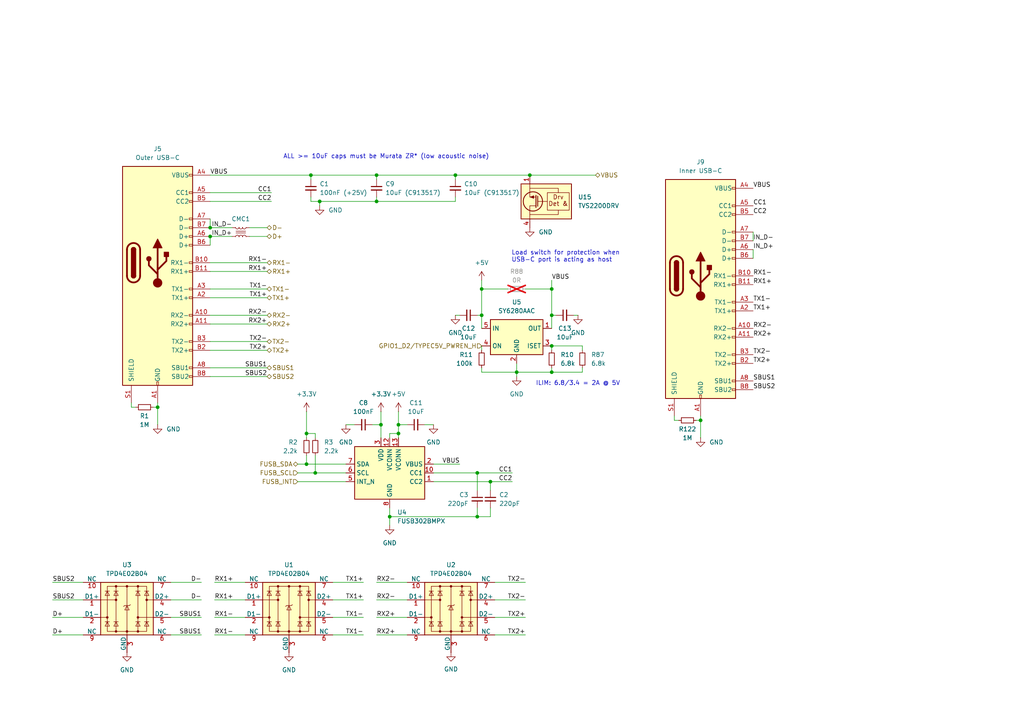
<source format=kicad_sch>
(kicad_sch (version 20240417) (generator "eeschema") (generator_version "8.99")
  (paper "A4")
  (title_block (title "anyon e") (date "2024-06-12") (rev "V0.1") (company "Byran Huang") (comment 4 "Proof of concept board for feature verification"))
  (lib_symbols
    (symbol "Connector:USB_C_Receptacle" (pin_names (offset 1.016))
      (property "Reference" "J" (at -10.16 29.21 0))
      (property "Value" "USB_C_Receptacle" (at 10.16 29.21 0))
      (symbol "USB_C_Receptacle_0_0"
        (rectangle (start -0.254 -35.56) (end 0.254 -34.544))
        (rectangle (start 10.16 25.654) (end 9.144 25.146))
        (rectangle (start 10.16 20.574) (end 9.144 20.066))
        (rectangle (start 10.16 18.034) (end 9.144 17.526))
        (rectangle (start 10.16 12.954) (end 9.144 12.446))
        (rectangle (start 10.16 10.414) (end 9.144 9.906))
        (rectangle (start 10.16 7.874) (end 9.144 7.366))
        (rectangle (start 10.16 5.334) (end 9.144 4.826))
        (rectangle (start 10.16 0.254) (end 9.144 -0.254))
        (rectangle (start 10.16 -2.286) (end 9.144 -2.794))
        (rectangle (start 10.16 -7.366) (end 9.144 -7.874))
        (rectangle (start 10.16 -9.906) (end 9.144 -10.414))
        (rectangle (start 10.16 -14.986) (end 9.144 -15.494))
        (rectangle (start 10.16 -17.526) (end 9.144 -18.034))
        (rectangle (start 10.16 -22.606) (end 9.144 -23.114))
        (rectangle (start 10.16 -25.146) (end 9.144 -25.654))
        (rectangle (start 10.16 -30.226) (end 9.144 -30.734))
        (rectangle (start 10.16 -32.766) (end 9.144 -33.274))
      )
      (symbol "USB_C_Receptacle_0_1"
        (rectangle (start -10.16 27.94) (end 10.16 -35.56) (stroke (width 0.254)) (fill (type background)))
        (polyline (pts (xy -8.89 -3.81) (xy -8.89 3.81)) (stroke (width 0.508)))
        (rectangle (start -7.62 -3.81) (end -6.35 3.81) (stroke (width 0.254)) (fill (type outline)))
        (arc (start -7.62 3.81) (mid -6.985 4.4423) (end -6.35 3.81) (stroke (width 0.254)))
        (arc (start -7.62 3.81) (mid -6.985 4.4423) (end -6.35 3.81) (stroke (width 0.254)) (fill (type outline)))
        (arc (start -8.89 3.81) (mid -6.985 5.7067) (end -5.08 3.81) (stroke (width 0.508)))
        (arc (start -5.08 -3.81) (mid -6.985 -5.7067) (end -8.89 -3.81) (stroke (width 0.508)))
        (arc (start -6.35 -3.81) (mid -6.985 -4.4423) (end -7.62 -3.81) (stroke (width 0.254)))
        (arc (start -6.35 -3.81) (mid -6.985 -4.4423) (end -7.62 -3.81) (stroke (width 0.254)) (fill (type outline)))
        (polyline (pts (xy -5.08 3.81) (xy -5.08 -3.81)) (stroke (width 0.508)))
      )
      (symbol "USB_C_Receptacle_1_1"
        (circle (center -2.54 1.143) (radius 0.635) (stroke (width 0.254)) (fill (type outline)))
        (polyline (pts (xy -1.27 4.318) (xy 0 6.858) (xy 1.27 4.318) (xy -1.27 4.318)) (stroke (width 0.254)) (fill (type outline)))
        (polyline (pts (xy 0 -2.032) (xy 2.54 0.508) (xy 2.54 1.778)) (stroke (width 0.508)))
        (polyline (pts (xy 0 -3.302) (xy -2.54 -0.762) (xy -2.54 0.508)) (stroke (width 0.508)))
        (polyline (pts (xy 0 -5.842) (xy 0 4.318)) (stroke (width 0.508)))
        (circle (center 0 -5.842) (radius 1.27) (fill (type outline)))
        (rectangle (start 1.905 1.778) (end 3.175 3.048) (stroke (width 0.254)) (fill (type outline)))
        (pin passive line (at 0 -40.64 90) (length 5.08) (name "GND") (number "A1"))
        (pin bidirectional line (at 15.24 -15.24 180) (length 5.08) (name "RX2-") (number "A10"))
        (pin bidirectional line (at 15.24 -17.78 180) (length 5.08) (name "RX2+") (number "A11"))
        (pin passive line (at 0 -40.64 90) (length 5.08) hide (name "GND") (number "A12"))
        (pin bidirectional line (at 15.24 -10.16 180) (length 5.08) (name "TX1+") (number "A2"))
        (pin bidirectional line (at 15.24 -7.62 180) (length 5.08) (name "TX1-") (number "A3"))
        (pin passive line (at 15.24 25.4 180) (length 5.08) (name "VBUS") (number "A4"))
        (pin bidirectional line (at 15.24 20.32 180) (length 5.08) (name "CC1") (number "A5"))
        (pin bidirectional line (at 15.24 7.62 180) (length 5.08) (name "D+") (number "A6"))
        (pin bidirectional line (at 15.24 12.7 180) (length 5.08) (name "D-") (number "A7"))
        (pin bidirectional line (at 15.24 -30.48 180) (length 5.08) (name "SBU1") (number "A8"))
        (pin passive line (at 15.24 25.4 180) (length 5.08) hide (name "VBUS") (number "A9"))
        (pin passive line (at 0 -40.64 90) (length 5.08) hide (name "GND") (number "B1"))
        (pin bidirectional line (at 15.24 0 180) (length 5.08) (name "RX1-") (number "B10"))
        (pin bidirectional line (at 15.24 -2.54 180) (length 5.08) (name "RX1+") (number "B11"))
        (pin passive line (at 0 -40.64 90) (length 5.08) hide (name "GND") (number "B12"))
        (pin bidirectional line (at 15.24 -25.4 180) (length 5.08) (name "TX2+") (number "B2"))
        (pin bidirectional line (at 15.24 -22.86 180) (length 5.08) (name "TX2-") (number "B3"))
        (pin passive line (at 15.24 25.4 180) (length 5.08) hide (name "VBUS") (number "B4"))
        (pin bidirectional line (at 15.24 17.78 180) (length 5.08) (name "CC2") (number "B5"))
        (pin bidirectional line (at 15.24 5.08 180) (length 5.08) (name "D+") (number "B6"))
        (pin bidirectional line (at 15.24 10.16 180) (length 5.08) (name "D-") (number "B7"))
        (pin bidirectional line (at 15.24 -33.02 180) (length 5.08) (name "SBU2") (number "B8"))
        (pin passive line (at 15.24 25.4 180) (length 5.08) hide (name "VBUS") (number "B9"))
        (pin passive line (at -7.62 -40.64 90) (length 5.08) (name "SHIELD") (number "S1"))
      )
    )
    (symbol "Device:C_Small" (pin_numbers hide) (pin_names (offset 0.254) hide)
      (property "Reference" "C" (at 0.254 1.778 0))
      (property "Value" "C_Small" (at 0.254 -2.032 0))
      (symbol "C_Small_0_1"
        (polyline (pts (xy -1.524 0.508) (xy 1.524 0.508)) (stroke (width 0.3048)))
        (polyline (pts (xy -1.524 -0.508) (xy 1.524 -0.508)) (stroke (width 0.3302)))
      )
      (symbol "C_Small_1_1"
        (pin passive line (at 0 2.54 270) (length 2.032) (name "~") (number "1"))
        (pin passive line (at 0 -2.54 90) (length 2.032) (name "~") (number "2"))
      )
    )
    (symbol "Device:R_Small" (pin_numbers hide) (pin_names (offset 0.254) hide)
      (property "Reference" "R" (at 0.762 0.508 0))
      (property "Value" "R_Small" (at 0.762 -1.016 0))
      (symbol "R_Small_0_1"
        (rectangle (start -0.762 1.778) (end 0.762 -1.778) (stroke (width 0.2032)))
      )
      (symbol "R_Small_1_1"
        (pin passive line (at 0 2.54 270) (length 0.762) (name "~") (number "1"))
        (pin passive line (at 0 -2.54 90) (length 0.762) (name "~") (number "2"))
      )
    )
    (symbol "Interface_USB:FUSB302BMPX"
      (property "Reference" "U" (at -10.16 8.89 0))
      (property "Value" "FUSB302BMPX" (at 3.81 8.89 0))
      (symbol "FUSB302BMPX_0_1"
        (rectangle (start -10.16 7.62) (end 10.16 -7.62) (stroke (width 0.254)) (fill (type background)))
      )
      (symbol "FUSB302BMPX_1_1"
        (pin bidirectional line (at 12.7 -2.54 180) (length 2.54) (name "CC2") (number "1"))
        (pin bidirectional line (at 12.7 0 180) (length 2.54) (name "CC1") (number "10"))
        (pin bidirectional line (at 12.7 0 180) (length 2.54) hide (name "CC1") (number "11"))
        (pin power_in line (at 0 10.16 270) (length 2.54) (name "VCONN") (number "12"))
        (pin power_in line (at 2.54 10.16 270) (length 2.54) (name "VCONN") (number "13"))
        (pin bidirectional line (at 12.7 -2.54 180) (length 2.54) hide (name "CC2") (number "14"))
        (pin passive line (at 0 -10.16 90) (length 2.54) hide (name "GND") (number "15"))
        (pin input line (at 12.7 2.54 180) (length 2.54) (name "VBUS") (number "2"))
        (pin power_in line (at -2.54 10.16 270) (length 2.54) (name "VDD") (number "3"))
        (pin passive line (at -2.54 10.16 270) (length 2.54) hide (name "VDD") (number "4"))
        (pin open_collector line (at -12.7 -2.54 0) (length 2.54) (name "INT_N") (number "5"))
        (pin input line (at -12.7 0 0) (length 2.54) (name "SCL") (number "6"))
        (pin bidirectional line (at -12.7 2.54 0) (length 2.54) (name "SDA") (number "7"))
        (pin power_in line (at 0 -10.16 90) (length 2.54) (name "GND") (number "8"))
        (pin passive line (at 0 -10.16 90) (length 2.54) hide (name "GND") (number "9"))
      )
    )
    (symbol "Power_Protection:TPD4EUSB30" (pin_names (offset 0))
      (property "Reference" "U" (at -0.635 8.89 0))
      (property "Value" "TPD4EUSB30" (at 8.89 -10.16 0))
      (symbol "TPD4EUSB30_0_0"
        (rectangle (start -5.715 6.477) (end 5.715 -6.604))
        (polyline (pts (xy -3.175 -6.604) (xy -3.175 6.477)))
        (polyline (pts (xy 0 6.477) (xy 0 -6.604)))
        (polyline (pts (xy 3.175 6.477) (xy 3.175 -6.604)))
      )
      (symbol "TPD4EUSB30_0_1"
        (polyline (pts (xy -7.747 2.54) (xy -3.175 2.54)))
        (rectangle (start -7.62 7.62) (end 7.62 -7.62) (stroke (width 0.254)) (fill (type background)))
        (polyline (pts (xy -7.62 -2.54) (xy -5.715 -2.54)))
        (circle (center -5.715 -2.54) (radius 0.2794) (fill (type outline)))
        (polyline (pts (xy -5.08 5.08) (xy -6.35 5.08)))
        (polyline (pts (xy -5.08 3.81) (xy -6.35 3.81) (xy -5.715 5.08) (xy -5.08 3.81)))
        (polyline (pts (xy -5.08 -3.81) (xy -6.35 -3.81)))
        (polyline (pts (xy -5.08 -5.08) (xy -6.35 -5.08) (xy -5.715 -3.81) (xy -5.08 -5.08)))
        (circle (center -3.175 6.477) (radius 0.2794) (fill (type outline)))
        (circle (center -3.175 2.54) (radius 0.2794) (fill (type outline)))
        (circle (center -3.175 -6.604) (radius 0.2794) (fill (type outline)))
        (polyline (pts (xy -2.54 5.08) (xy -3.81 5.08)))
        (polyline (pts (xy -2.54 3.81) (xy -3.81 3.81) (xy -3.175 5.08) (xy -2.54 3.81)))
        (polyline (pts (xy -2.54 -3.81) (xy -3.81 -3.81)))
        (polyline (pts (xy -2.54 -5.08) (xy -3.81 -5.08) (xy -3.175 -3.81) (xy -2.54 -5.08)))
        (polyline (pts (xy -0.635 0.889) (xy -1.016 0.635)))
        (circle (center 0 6.477) (radius 0.2794) (fill (type outline)))
        (circle (center 0 -6.604) (radius 0.2794) (fill (type outline)))
        (polyline (pts (xy 0 -6.604) (xy 0 -7.62)))
        (polyline (pts (xy 0.635 0.889) (xy 1.016 1.143)))
        (polyline (pts (xy 0.635 0.889) (xy -0.635 0.889)))
        (polyline (pts (xy 0.635 -0.381) (xy -0.635 -0.381) (xy 0 0.889) (xy 0.635 -0.381)))
        (circle (center 3.175 6.477) (radius 0.2794) (fill (type outline)))
        (circle (center 3.175 -2.54) (radius 0.2794) (fill (type outline)))
        (circle (center 3.175 -6.604) (radius 0.2794) (fill (type outline)))
        (polyline (pts (xy 3.81 5.08) (xy 2.54 5.08)))
        (polyline (pts (xy 3.81 3.81) (xy 2.54 3.81) (xy 3.175 5.08) (xy 3.81 3.81)))
        (polyline (pts (xy 3.81 -3.81) (xy 2.54 -3.81)))
        (polyline (pts (xy 3.81 -5.08) (xy 2.54 -5.08) (xy 3.175 -3.81) (xy 3.81 -5.08)))
        (circle (center 5.715 2.54) (radius 0.2794) (fill (type outline)))
        (polyline (pts (xy 6.35 5.08) (xy 5.08 5.08)))
        (polyline (pts (xy 6.35 3.81) (xy 5.08 3.81) (xy 5.715 5.08) (xy 6.35 3.81)))
        (polyline (pts (xy 6.35 -3.81) (xy 5.08 -3.81)))
        (polyline (pts (xy 6.35 -5.08) (xy 5.08 -5.08) (xy 5.715 -3.81) (xy 6.35 -5.08)))
        (polyline (pts (xy 7.62 2.54) (xy 5.715 2.54)))
        (polyline (pts (xy 7.62 -2.54) (xy 3.175 -2.54)))
      )
      (symbol "TPD4EUSB30_1_1"
        (pin passive line (at -12.7 2.54 0) (length 5.08) (name "D1+") (number "1"))
        (pin free line (at -12.7 7.62 0) (length 5.08) (name "NC") (number "10"))
        (pin passive line (at -12.7 -2.54 0) (length 5.08) (name "D1-") (number "2"))
        (pin power_in line (at 0 -12.7 90) (length 5.08) (name "GND") (number "3"))
        (pin passive line (at 12.7 2.54 180) (length 5.08) (name "D2+") (number "4"))
        (pin passive line (at 12.7 -2.54 180) (length 5.08) (name "D2-") (number "5"))
        (pin free line (at 12.7 -7.62 180) (length 5.08) (name "NC") (number "6"))
        (pin free line (at 12.7 7.62 180) (length 5.08) (name "NC") (number "7"))
        (pin passive line (at 0 -12.7 90) (length 5.08) hide (name "GND") (number "8"))
        (pin free line (at -12.7 -7.62 0) (length 5.08) (name "NC") (number "9"))
      )
    )
    (symbol "Power_Protection:TVS2200DRV" (pin_names (offset 0) hide)
      (property "Reference" "U" (at 2.54 1.27 0))
      (property "Value" "TVS2200DRV" (at 2.54 -1.27 0))
      (symbol "TVS2200DRV_0_0"
        (rectangle (start -11.43 2.54) (end -5.08 -2.54))
        (polyline (pts (xy -8.255 2.54) (xy -8.255 3.81) (xy 0 3.81)))
        (polyline (pts (xy -8.255 -2.54) (xy -8.255 -3.81) (xy 0 -3.81)))
        (polyline (pts (xy 0 1.27) (xy -1.778 1.27)))
        (text "Det &" (at -8.255 0.635 0) (effects (font (size 1.27 1.27))))
        (text "Drv" (at -8.255 -1.27 0) (effects (font (size 1.27 1.27))))
      )
      (symbol "TVS2200DRV_0_1"
        (rectangle (start -12.065 5.08) (end 2.54 -5.08) (stroke (width 0.254)) (fill (type background)))
        (polyline (pts (xy -2.286 1.397) (xy -2.286 -1.524)) (stroke (width 0.254)))
        (polyline (pts (xy -2.286 0) (xy -5.08 0)))
        (polyline (pts (xy -1.778 1.778) (xy -1.778 -1.778)) (stroke (width 0.254)))
        (circle (center -0.889 0) (radius 2.794) (stroke (width 0.254)))
        (polyline (pts (xy -0.127 -1.27) (xy -1.143 -1.651) (xy -1.143 -0.889) (xy -0.127 -1.27)) (fill (type outline)))
        (polyline (pts (xy 0 5.08) (xy 0 2.54)))
        (polyline (pts (xy 0 2.54) (xy 0 1.27)))
        (polyline (pts (xy 0 -2.54) (xy 0 -5.08)))
        (polyline (pts (xy 0 -2.54) (xy 0 -1.27) (xy -1.778 -1.27)))
      )
      (symbol "TVS2200DRV_1_1"
        (pin power_in line (at 0 -7.62 90) (length 2.54) (name "GND") (number "1"))
        (pin passive line (at 0 -7.62 90) (length 2.54) hide (name "GND") (number "2"))
        (pin passive line (at 0 -7.62 90) (length 2.54) hide (name "GND") (number "3"))
        (pin passive line (at 0 7.62 270) (length 2.54) (name "IN") (number "4"))
        (pin passive line (at 0 7.62 270) (length 2.54) hide (name "IN") (number "5"))
        (pin passive line (at 0 7.62 270) (length 2.54) hide (name "IN") (number "6"))
        (pin passive line (at 0 -7.62 90) (length 2.54) hide (name "GND") (number "7"))
      )
    )
    (symbol "library:ACM2012_Common_Mode_Choke"
      (property "Reference" "CMC" (at -1.524 4.064 0))
      (symbol "ACM2012_Common_Mode_Choke_0_1"
        (polyline (pts (xy -1.397 0.254) (xy 1.397 0.254)))
        (arc (start -0.508 1.3948) (mid -1.016 0.889) (end -1.524 1.3948))
        (arc (start -1.524 -1.397) (mid -1.016 -0.8912) (end -0.508 -1.397))
        (arc (start 0.508 1.3948) (mid 0 0.889) (end -0.508 1.3948))
        (arc (start -0.508 -1.397) (mid 0 -0.8912) (end 0.508 -1.397))
        (arc (start 1.524 1.3948) (mid 1.016 0.889) (end 0.508 1.3948))
        (arc (start 0.508 -1.397) (mid 1.016 -0.8912) (end 1.524 -1.397))
        (polyline (pts (xy 1.397 -0.254) (xy -1.397 -0.254)))
      )
      (symbol "ACM2012_Common_Mode_Choke_1_1"
        (pin passive line (at -2.54 -1.27 0) (length 0.9525) (name "") (number "1"))
        (pin passive line (at -2.54 1.27 0) (length 0.9525) (name "") (number "2"))
        (pin passive line (at 2.54 1.27 180) (length 0.9525) (name "") (number "3"))
        (pin passive line (at 2.54 -1.27 180) (length 0.9525) (name "") (number "4"))
      )
    )
    (symbol "library:SY6280AAC"
      (property "Reference" "U" (at 0 0 0))
      (property "Value" "SY6280AAC" (at 0 0 0))
      (symbol "SY6280AAC_0_1"
        (rectangle (start -7.62 5.08) (end 7.62 -5.08) (stroke (width 0.254)) (fill (type background)))
      )
      (symbol "SY6280AAC_1_1"
        (pin power_out line (at 10.16 2.54 180) (length 2.54) (name "OUT") (number "1"))
        (pin power_in line (at 0 -7.62 90) (length 2.54) (name "GND") (number "2"))
        (pin passive line (at 10.16 -2.54 180) (length 2.54) (name "ISET") (number "3"))
        (pin input line (at -10.16 -2.54 0) (length 2.54) (name "ON") (number "4"))
        (pin power_in line (at -10.16 2.54 0) (length 2.54) (name "IN") (number "5"))
      )
    )
    (symbol "power:+3.3V" (power) (pin_numbers hide) (pin_names (offset 0) hide)
      (property "Value" "+3.3V" (at 0 3.556 0))
      (symbol "+3.3V_0_1"
        (polyline (pts (xy -0.762 1.27) (xy 0 2.54)))
        (polyline (pts (xy 0 2.54) (xy 0.762 1.27)))
        (polyline (pts (xy 0 0) (xy 0 2.54)))
      )
      (symbol "+3.3V_1_1"
        (pin power_in line (at 0 0 90) (length 0) (name "~") (number "1"))
      )
    )
    (symbol "power:+5V" (power) (pin_numbers hide) (pin_names (offset 0) hide)
      (property "Value" "+5V" (at 0 3.556 0))
      (symbol "+5V_0_1"
        (polyline (pts (xy -0.762 1.27) (xy 0 2.54)))
        (polyline (pts (xy 0 2.54) (xy 0.762 1.27)))
        (polyline (pts (xy 0 0) (xy 0 2.54)))
      )
      (symbol "+5V_1_1"
        (pin power_in line (at 0 0 90) (length 0) (name "~") (number "1"))
      )
    )
    (symbol "power:GND" (power) (pin_numbers hide) (pin_names (offset 0) hide)
      (property "Value" "GND" (at 0 -3.81 0))
      (symbol "GND_0_1"
        (polyline (pts (xy 0 0) (xy 0 -1.27) (xy 1.27 -1.27) (xy 0 -2.54) (xy -1.27 -1.27) (xy 0 -1.27)))
      )
      (symbol "GND_1_1"
        (pin power_in line (at 0 0 270) (length 0) (name "~") (number "1"))
      )
    )
  )
  (text "ILIM: 6.8/3.4 = 2A @ 5V" (at 167.64 111.252 0) (effects (font (size 1.27 1.27))))
  (text "ALL >= 10uF caps must be Murata ZR* (low acoustic noise)" (at 112.014 45.466 0) (effects (font (size 1.27 1.27))))
  (text "Load switch for protection when \nUSB-C port is acting as host" (at 148.336 74.422 0) (effects (font (size 1.27 1.27)) (justify left)))
  (junction (at 60.96 68.58))
  (junction (at 139.7 83.82))
  (junction (at 88.9 125.73))
  (junction (at 139.7 91.44))
  (junction (at 88.9 134.62))
  (junction (at 60.96 66.04))
  (junction (at 160.02 83.82))
  (junction (at 115.57 125.73))
  (junction (at 203.2 121.92))
  (junction (at 142.24 139.7))
  (junction (at 115.57 123.19))
  (junction (at 45.72 118.11))
  (junction (at 109.22 58.42))
  (junction (at 91.44 137.16))
  (junction (at 92.71 58.42))
  (junction (at 113.03 149.86))
  (junction (at 160.02 107.95))
  (junction (at 160.02 91.44))
  (junction (at 90.17 50.8))
  (junction (at 110.49 123.19))
  (junction (at 153.67 50.8))
  (junction (at 109.22 50.8))
  (junction (at 138.43 137.16))
  (junction (at 149.86 107.95))
  (junction (at 160.02 100.33))
  (junction (at 132.08 50.8))
  (junction (at 138.43 149.86))
  (wire (pts (xy 109.22 52.07) (xy 109.22 50.8)))
  (wire (pts (xy 92.71 58.42) (xy 109.22 58.42)))
  (wire (pts (xy 91.44 125.73) (xy 91.44 127)))
  (wire (pts (xy 218.44 67.31) (xy 218.44 69.85)))
  (wire (pts (xy 92.71 59.69) (xy 92.71 58.42)))
  (wire (pts (xy 60.96 76.2) (xy 77.47 76.2)))
  (wire (pts (xy 24.13 173.99) (xy 15.24 173.99)))
  (wire (pts (xy 160.02 91.44) (xy 160.02 95.25)))
  (wire (pts (xy 152.4 83.82) (xy 160.02 83.82)))
  (wire (pts (xy 86.36 134.62) (xy 88.9 134.62)))
  (wire (pts (xy 96.52 179.07) (xy 105.41 179.07)))
  (wire (pts (xy 201.93 121.92) (xy 203.2 121.92)))
  (wire (pts (xy 142.24 147.32) (xy 142.24 149.86)))
  (wire (pts (xy 118.11 168.91) (xy 109.22 168.91)))
  (wire (pts (xy 118.11 184.15) (xy 109.22 184.15)))
  (wire (pts (xy 118.11 179.07) (xy 109.22 179.07)))
  (wire (pts (xy 71.12 173.99) (xy 62.23 173.99)))
  (wire (pts (xy 115.57 125.73) (xy 113.03 125.73)))
  (wire (pts (xy 60.96 99.06) (xy 77.47 99.06)))
  (wire (pts (xy 160.02 83.82) (xy 160.02 91.44)))
  (wire (pts (xy 125.73 123.19) (xy 123.19 123.19)))
  (wire (pts (xy 110.49 123.19) (xy 110.49 127)))
  (wire (pts (xy 96.52 184.15) (xy 105.41 184.15)))
  (wire (pts (xy 110.49 119.38) (xy 110.49 123.19)))
  (wire (pts (xy 88.9 132.08) (xy 88.9 134.62)))
  (wire (pts (xy 153.67 50.8) (xy 172.72 50.8)))
  (wire (pts (xy 49.53 184.15) (xy 58.42 184.15)))
  (wire (pts (xy 138.43 91.44) (xy 139.7 91.44)))
  (wire (pts (xy 60.96 63.5) (xy 60.96 66.04)))
  (wire (pts (xy 88.9 134.62) (xy 100.33 134.62)))
  (wire (pts (xy 60.96 106.68) (xy 77.47 106.68)))
  (wire (pts (xy 90.17 50.8) (xy 109.22 50.8)))
  (wire (pts (xy 161.29 91.44) (xy 160.02 91.44)))
  (wire (pts (xy 24.13 168.91) (xy 15.24 168.91)))
  (wire (pts (xy 125.73 139.7) (xy 142.24 139.7)))
  (wire (pts (xy 71.12 179.07) (xy 62.23 179.07)))
  (wire (pts (xy 138.43 137.16) (xy 138.43 142.24)))
  (wire (pts (xy 139.7 81.28) (xy 139.7 83.82)))
  (wire (pts (xy 125.73 134.62) (xy 133.35 134.62)))
  (wire (pts (xy 132.08 91.44) (xy 133.35 91.44)))
  (wire (pts (xy 45.72 116.84) (xy 45.72 118.11)))
  (wire (pts (xy 143.51 173.99) (xy 152.4 173.99)))
  (wire (pts (xy 113.03 149.86) (xy 138.43 149.86)))
  (wire (pts (xy 60.96 55.88) (xy 78.74 55.88)))
  (wire (pts (xy 143.51 168.91) (xy 152.4 168.91)))
  (wire (pts (xy 60.96 86.36) (xy 77.47 86.36)))
  (wire (pts (xy 38.1 116.84) (xy 38.1 118.11)))
  (wire (pts (xy 195.58 120.65) (xy 195.58 121.92)))
  (wire (pts (xy 195.58 121.92) (xy 196.85 121.92)))
  (wire (pts (xy 142.24 139.7) (xy 142.24 142.24)))
  (wire (pts (xy 90.17 58.42) (xy 92.71 58.42)))
  (wire (pts (xy 24.13 184.15) (xy 15.24 184.15)))
  (wire (pts (xy 160.02 100.33) (xy 160.02 101.6)))
  (wire (pts (xy 91.44 132.08) (xy 91.44 137.16)))
  (wire (pts (xy 49.53 179.07) (xy 58.42 179.07)))
  (wire (pts (xy 115.57 119.38) (xy 115.57 123.19)))
  (wire (pts (xy 118.11 123.19) (xy 115.57 123.19)))
  (wire (pts (xy 88.9 125.73) (xy 91.44 125.73)))
  (wire (pts (xy 49.53 168.91) (xy 58.42 168.91)))
  (wire (pts (xy 139.7 83.82) (xy 139.7 91.44)))
  (wire (pts (xy 139.7 106.68) (xy 139.7 107.95)))
  (wire (pts (xy 203.2 121.92) (xy 203.2 127)))
  (wire (pts (xy 132.08 58.42) (xy 132.08 57.15)))
  (wire (pts (xy 109.22 58.42) (xy 109.22 57.15)))
  (wire (pts (xy 143.51 179.07) (xy 152.4 179.07)))
  (wire (pts (xy 113.03 149.86) (xy 113.03 152.4)))
  (wire (pts (xy 88.9 125.73) (xy 88.9 127)))
  (wire (pts (xy 72.39 68.58) (xy 77.47 68.58)))
  (wire (pts (xy 60.96 50.8) (xy 90.17 50.8)))
  (wire (pts (xy 167.64 91.44) (xy 166.37 91.44)))
  (wire (pts (xy 45.72 118.11) (xy 45.72 123.19)))
  (wire (pts (xy 86.36 139.7) (xy 100.33 139.7)))
  (wire (pts (xy 60.96 58.42) (xy 78.74 58.42)))
  (wire (pts (xy 149.86 107.95) (xy 160.02 107.95)))
  (wire (pts (xy 60.96 91.44) (xy 77.47 91.44)))
  (wire (pts (xy 115.57 125.73) (xy 115.57 127)))
  (wire (pts (xy 88.9 119.38) (xy 88.9 125.73)))
  (wire (pts (xy 96.52 173.99) (xy 105.41 173.99)))
  (wire (pts (xy 142.24 139.7) (xy 148.59 139.7)))
  (wire (pts (xy 139.7 107.95) (xy 149.86 107.95)))
  (wire (pts (xy 60.96 78.74) (xy 77.47 78.74)))
  (wire (pts (xy 49.53 173.99) (xy 58.42 173.99)))
  (wire (pts (xy 71.12 168.91) (xy 62.23 168.91)))
  (wire (pts (xy 143.51 184.15) (xy 152.4 184.15)))
  (wire (pts (xy 86.36 137.16) (xy 91.44 137.16)))
  (wire (pts (xy 115.57 123.19) (xy 115.57 125.73)))
  (wire (pts (xy 44.45 118.11) (xy 45.72 118.11)))
  (wire (pts (xy 60.96 83.82) (xy 77.47 83.82)))
  (wire (pts (xy 203.2 120.65) (xy 203.2 121.92)))
  (wire (pts (xy 138.43 147.32) (xy 138.43 149.86)))
  (wire (pts (xy 38.1 118.11) (xy 39.37 118.11)))
  (wire (pts (xy 60.96 68.58) (xy 60.96 71.12)))
  (wire (pts (xy 24.13 179.07) (xy 15.24 179.07)))
  (wire (pts (xy 139.7 100.33) (xy 139.7 101.6)))
  (wire (pts (xy 160.02 107.95) (xy 168.91 107.95)))
  (wire (pts (xy 91.44 137.16) (xy 100.33 137.16)))
  (wire (pts (xy 60.96 68.58) (xy 67.31 68.58)))
  (wire (pts (xy 168.91 100.33) (xy 168.91 101.6)))
  (wire (pts (xy 113.03 147.32) (xy 113.03 149.86)))
  (wire (pts (xy 118.11 173.99) (xy 109.22 173.99)))
  (wire (pts (xy 100.33 123.19) (xy 102.87 123.19)))
  (wire (pts (xy 60.96 66.04) (xy 67.31 66.04)))
  (wire (pts (xy 107.95 123.19) (xy 110.49 123.19)))
  (wire (pts (xy 60.96 109.22) (xy 77.47 109.22)))
  (wire (pts (xy 139.7 83.82) (xy 147.32 83.82)))
  (wire (pts (xy 72.39 66.04) (xy 77.47 66.04)))
  (wire (pts (xy 218.44 72.39) (xy 218.44 74.93)))
  (wire (pts (xy 113.03 125.73) (xy 113.03 127)))
  (wire (pts (xy 71.12 184.15) (xy 62.23 184.15)))
  (wire (pts (xy 125.73 137.16) (xy 138.43 137.16)))
  (wire (pts (xy 90.17 57.15) (xy 90.17 58.42)))
  (wire (pts (xy 60.96 93.98) (xy 77.47 93.98)))
  (wire (pts (xy 132.08 52.07) (xy 132.08 50.8)))
  (wire (pts (xy 160.02 100.33) (xy 168.91 100.33)))
  (wire (pts (xy 109.22 50.8) (xy 132.08 50.8)))
  (wire (pts (xy 109.22 58.42) (xy 132.08 58.42)))
  (wire (pts (xy 96.52 168.91) (xy 105.41 168.91)))
  (wire (pts (xy 132.08 50.8) (xy 153.67 50.8)))
  (wire (pts (xy 138.43 149.86) (xy 142.24 149.86)))
  (wire (pts (xy 138.43 137.16) (xy 148.59 137.16)))
  (wire (pts (xy 168.91 106.68) (xy 168.91 107.95)))
  (wire (pts (xy 149.86 107.95) (xy 149.86 109.22)))
  (wire (pts (xy 160.02 107.95) (xy 160.02 106.68)))
  (wire (pts (xy 90.17 50.8) (xy 90.17 52.07)))
  (wire (pts (xy 160.02 81.28) (xy 160.02 83.82)))
  (wire (pts (xy 139.7 91.44) (xy 139.7 95.25)))
  (wire (pts (xy 60.96 101.6) (xy 77.47 101.6)))
  (wire (pts (xy 149.86 105.41) (xy 149.86 107.95)))
  (label "TX2-" (at 218.44 102.87 0))
  (label "D+" (at 15.24 179.07 0))
  (label "RX1+" (at 62.23 168.91 0))
  (label "SBUS1" (at 218.44 110.49 0))
  (label "CC2" (at 78.74 58.42 180))
  (label "RX2-" (at 109.22 173.99 0))
  (label "VBUS" (at 160.02 81.28 0))
  (label "TX1+" (at 105.41 173.99 180))
  (label "CC1" (at 148.59 137.16 180))
  (label "TX1+" (at 105.41 168.91 180))
  (label "RX1-" (at 62.23 179.07 0))
  (label "RX2-" (at 77.47 91.44 180))
  (label "RX2+" (at 109.22 184.15 0))
  (label "TX2-" (at 152.4 173.99 180))
  (label "TX2+" (at 152.4 179.07 180))
  (label "RX1-" (at 218.44 80.01 0))
  (label "IN_D-" (at 218.44 69.85 0))
  (label "TX2+" (at 77.47 101.6 180))
  (label "RX1-" (at 77.47 76.2 180))
  (label "TX2-" (at 152.4 168.91 180))
  (label "RX1-" (at 62.23 184.15 0))
  (label "RX1+" (at 77.47 78.74 180))
  (label "TX1+" (at 77.47 86.36 180))
  (label "CC2" (at 218.44 62.23 0))
  (label "IN_D+" (at 218.44 72.39 0))
  (label "SBUS1" (at 77.47 106.68 180))
  (label "TX1-" (at 77.47 83.82 180))
  (label "SBUS2" (at 77.47 109.22 180))
  (label "RX1+" (at 218.44 82.55 0))
  (label "TX1-" (at 105.41 184.15 180))
  (label "SBUS2" (at 15.24 168.91 0))
  (label "RX1+" (at 62.23 173.99 0))
  (label "RX2+" (at 77.47 93.98 180))
  (label "RX2-" (at 218.44 95.25 0))
  (label "TX2-" (at 77.47 99.06 180))
  (label "RX2-" (at 109.22 168.91 0))
  (label "VBUS" (at 133.35 134.62 180))
  (label "IN_D-" (at 67.31 66.04 180))
  (label "SBUS2" (at 15.24 173.99 0))
  (label "SBUS2" (at 218.44 113.03 0))
  (label "D+" (at 15.24 184.15 0))
  (label "CC2" (at 148.59 139.7 180))
  (label "VBUS" (at 218.44 54.61 0))
  (label "TX1-" (at 105.41 179.07 180))
  (label "D-" (at 58.42 168.91 180))
  (label "TX2+" (at 218.44 105.41 0))
  (label "D-" (at 58.42 173.99 180))
  (label "CC1" (at 218.44 59.69 0))
  (label "TX1-" (at 218.44 87.63 0))
  (label "SBUS1" (at 58.42 184.15 180))
  (label "IN_D+" (at 67.31 68.58 180))
  (label "SBUS1" (at 58.42 179.07 180))
  (label "VBUS" (at 60.96 50.8 0))
  (label "CC1" (at 78.74 55.88 180))
  (label "RX2+" (at 109.22 179.07 0))
  (label "RX2+" (at 218.44 97.79 0))
  (label "TX2+" (at 152.4 184.15 180))
  (label "TX1+" (at 218.44 90.17 0))
  (hierarchical_label "FUSB_SDA" (shape bidirectional) (at 86.36 134.62 180))
  (hierarchical_label "RX2-" (shape bidirectional) (at 77.47 91.44 0))
  (hierarchical_label "FUSB_INT" (shape input) (at 86.36 139.7 180))
  (hierarchical_label "RX1-" (shape bidirectional) (at 77.47 76.2 0))
  (hierarchical_label "D+" (shape bidirectional) (at 77.47 68.58 0))
  (hierarchical_label "GPIO1_D2{slash}TYPEC5V_PWREN_H" (shape input) (at 139.7 100.33 180))
  (hierarchical_label "TX1+" (shape bidirectional) (at 77.47 86.36 0))
  (hierarchical_label "RX2+" (shape bidirectional) (at 77.47 93.98 0))
  (hierarchical_label "FUSB_SCL" (shape input) (at 86.36 137.16 180))
  (hierarchical_label "RX1+" (shape bidirectional) (at 77.47 78.74 0))
  (hierarchical_label "SBUS2" (shape bidirectional) (at 77.47 109.22 0))
  (hierarchical_label "VBUS" (shape bidirectional) (at 172.72 50.8 0))
  (hierarchical_label "TX2+" (shape bidirectional) (at 77.47 101.6 0))
  (hierarchical_label "TX1-" (shape bidirectional) (at 77.47 83.82 0))
  (hierarchical_label "SBUS1" (shape bidirectional) (at 77.47 106.68 0))
  (hierarchical_label "TX2-" (shape bidirectional) (at 77.47 99.06 0))
  (hierarchical_label "D-" (shape bidirectional) (at 77.47 66.04 0))
  (symbol (lib_id "power:GND") (at 149.86 109.22 0) (unit 1)
    (property "Reference" "#PWR019" (effects (hide yes)))
    (property "Value" "GND" (at 149.86 114.3 0))
    (property "Description" "Power symbol creates a global label with name \"GND\" , ground" (effects (hide yes)))
  )
  (symbol (lib_id "power:GND") (at 100.33 123.19 0) (unit 1)
    (property "Reference" "#PWR017" (effects (hide yes)))
    (property "Value" "GND" (at 100.33 128.27 0))
    (property "Description" "Power symbol creates a global label with name \"GND\" , ground" (effects (hide yes)))
  )
  (symbol (lib_id "Device:C_Small") (at 120.65 123.19 90) (unit 1)
    (property "Reference" "C11" (at 120.6563 116.84 90))
    (property "Value" "10uF" (at 120.6563 119.38 90))
    (property "Footprint" "Capacitor_SMD:C_0402_1005Metric" (effects (hide yes)))
    (property "Description" "Unpolarized capacitor, small symbol" (effects (hide yes)))
  )
  (symbol (lib_id "Device:C_Small") (at 90.17 54.61 0) (unit 1)
    (property "Reference" "C1" (at 92.71 53.3462 0) (effects (justify left)))
    (property "Value" "100nF (+25V)" (at 92.71 55.8862 0) (effects (justify left)))
    (property "Footprint" "Capacitor_SMD:C_0402_1005Metric" (effects (hide yes)))
    (property "Description" "Unpolarized capacitor, small symbol" (effects (hide yes)))
  )
  (symbol (lib_id "Device:R_Small") (at 199.39 121.92 90) (unit 1)
    (property "Reference" "R122" (at 199.39 124.46 90))
    (property "Value" "1M" (at 199.39 127 90))
    (property "Footprint" "Resistor_SMD:R_0402_1005Metric" (effects (hide yes)))
    (property "Description" "Resistor, small symbol" (effects (hide yes)))
  )
  (symbol (lib_id "Device:C_Small") (at 109.22 54.61 0) (unit 1)
    (property "Reference" "C9" (at 111.76 53.3462 0) (effects (justify left)))
    (property "Value" "10uF (C913517)" (at 111.76 55.8862 0) (effects (justify left)))
    (property "Footprint" "Capacitor_SMD:C_0603_1608Metric" (effects (hide yes)))
    (property "Description" "Unpolarized capacitor, small symbol" (effects (hide yes)))
  )
  (symbol (lib_id "Power_Protection:TPD4EUSB30") (at 130.81 176.53 0) (unit 1)
    (property "Reference" "U2" (at 130.81 163.83 0))
    (property "Value" "TPD4E02B04" (at 130.81 166.37 0))
    (property "Footprint" "Package_SON:USON-10_2.5x1.0mm_P0.5mm" (effects (hide yes)))
    (property "Datasheet" "http://www.ti.com/lit/ds/symlink/tpd2eusb30a.pdf" (effects (hide yes)))
    (property "Description" "4-Channel ESD Protection for Super-Speed USB 3.0 Interface, USON-10" (effects (hide yes)))
  )
  (symbol (lib_id "Device:C_Small") (at 163.83 91.44 90) (unit 1)
    (property "Reference" "C13" (at 163.8364 95.25 90))
    (property "Value" "10uF" (at 163.8364 97.79 90))
    (property "Footprint" "Capacitor_SMD:C_0402_1005Metric" (effects (hide yes)))
    (property "Description" "Unpolarized capacitor, small symbol" (effects (hide yes)))
  )
  (symbol (lib_id "Power_Protection:TPD4EUSB30") (at 36.83 176.53 0) (unit 1)
    (property "Reference" "U3" (at 36.83 163.83 0))
    (property "Value" "TPD4E02B04" (at 36.83 166.37 0))
    (property "Footprint" "Package_SON:USON-10_2.5x1.0mm_P0.5mm" (effects (hide yes)))
    (property "Datasheet" "http://www.ti.com/lit/ds/symlink/tpd2eusb30a.pdf" (effects (hide yes)))
    (property "Description" "4-Channel ESD Protection for Super-Speed USB 3.0 Interface, USON-10" (effects (hide yes)))
  )
  (symbol (lib_id "Device:R_Small") (at 149.86 83.82 90) (unit 1) (dnp yes)
    (property "Reference" "R88" (at 149.86 78.74 90))
    (property "Value" "0R" (at 149.86 81.28 90))
    (property "Footprint" "Resistor_SMD:R_0402_1005Metric" (effects (hide yes)))
    (property "Description" "Resistor, small symbol" (effects (hide yes)))
  )
  (symbol (lib_id "power:GND") (at 45.72 123.19 0) (unit 1)
    (property "Reference" "#PWR010" (effects (hide yes)))
    (property "Value" "GND" (at 48.26 124.4599 0) (effects (justify left)))
    (property "Description" "Power symbol creates a global label with name \"GND\" , ground" (effects (hide yes)))
  )
  (symbol (lib_id "Interface_USB:FUSB302BMPX") (at 113.03 137.16 0) (unit 1)
    (property "Reference" "U4" (at 115.2241 148.59 0) (effects (justify left)))
    (property "Value" "FUSB302BMPX" (at 115.2241 151.13 0) (effects (justify left)))
    (property "Footprint" "Package_DFN_QFN:WQFN-14-1EP_2.5x2.5mm_P0.5mm_EP1.45x1.45mm" (effects (hide yes)))
    (property "Datasheet" "http://www.onsemi.com/pub/Collateral/FUSB302B-D.PDF" (effects (hide yes)))
    (property "Description" "Programmable USB Type-C Controller w/PD, I2C address 0x22, WQFN-14" (effects (hide yes)))
  )
  (symbol (lib_id "Device:R_Small") (at 139.7 104.14 0) (unit 1)
    (property "Reference" "R11" (at 137.16 102.8699 0) (effects (justify right)))
    (property "Value" "100k" (at 137.16 105.4099 0) (effects (justify right)))
    (property "Footprint" "Resistor_SMD:R_0402_1005Metric" (effects (hide yes)))
    (property "Description" "Resistor, small symbol" (effects (hide yes)))
  )
  (symbol (lib_id "Power_Protection:TPD4EUSB30") (at 83.82 176.53 0) (unit 1)
    (property "Reference" "U1" (at 83.82 163.83 0))
    (property "Value" "TPD4E02B04" (at 83.82 166.37 0))
    (property "Footprint" "Package_SON:USON-10_2.5x1.0mm_P0.5mm" (effects (hide yes)))
    (property "Datasheet" "http://www.ti.com/lit/ds/symlink/tpd2eusb30a.pdf" (effects (hide yes)))
    (property "Description" "4-Channel ESD Protection for Super-Speed USB 3.0 Interface, USON-10" (effects (hide yes)))
  )
  (symbol (lib_id "power:GND") (at 167.64 91.44 0) (mirror y) (unit 1)
    (property "Reference" "#PWR023" (effects (hide yes)))
    (property "Value" "GND" (at 167.64 96.52 0))
    (property "Description" "Power symbol creates a global label with name \"GND\" , ground" (effects (hide yes)))
  )
  (symbol (lib_id "Device:C_Small") (at 135.89 91.44 270) (mirror x) (unit 1)
    (property "Reference" "C12" (at 135.8836 95.25 90))
    (property "Value" "10uF" (at 135.8836 97.79 90))
    (property "Footprint" "Capacitor_SMD:C_0402_1005Metric" (effects (hide yes)))
    (property "Description" "Unpolarized capacitor, small symbol" (effects (hide yes)))
  )
  (symbol (lib_id "library:SY6280AAC") (at 149.86 97.79 0) (unit 1)
    (property "Reference" "U5" (at 149.86 87.63 0))
    (property "Value" "SY6280AAC" (at 149.86 90.17 0))
    (property "Footprint" "Package_TO_SOT_SMD:SOT-23-5" (effects (hide yes)))
    (property "Datasheet" "https://wmsc.lcsc.com/wmsc/upload/file/pdf/v2/lcsc/1810121532_Silergy-Corp-SY6280AAC_C55136.pdf" (effects (hide yes)))
    (property "Description" "Low Loss Power Distribution Switch" (effects (hide yes)))
  )
  (symbol (lib_id "Device:R_Small") (at 168.91 104.14 0) (unit 1)
    (property "Reference" "R87" (at 171.45 102.8699 0) (effects (justify left)))
    (property "Value" "6.8k" (at 171.45 105.4099 0) (effects (justify left)))
    (property "Footprint" "Resistor_SMD:R_0402_1005Metric" (effects (hide yes)))
    (property "Description" "Resistor, small symbol" (effects (hide yes)))
  )
  (symbol (lib_id "power:GND") (at 113.03 152.4 0) (unit 1)
    (property "Reference" "#PWR014" (effects (hide yes)))
    (property "Value" "GND" (at 113.03 157.48 0))
    (property "Description" "Power symbol creates a global label with name \"GND\" , ground" (effects (hide yes)))
  )
  (symbol (lib_id "Device:C_Small") (at 142.24 144.78 0) (unit 1)
    (property "Reference" "C2" (at 144.78 143.5162 0) (effects (justify left)))
    (property "Value" "220pF" (at 144.78 146.0562 0) (effects (justify left)))
    (property "Footprint" "Capacitor_SMD:C_0402_1005Metric" (effects (hide yes)))
    (property "Description" "Unpolarized capacitor, small symbol" (effects (hide yes)))
  )
  (symbol (lib_id "power:GND") (at 92.71 59.69 0) (unit 1)
    (property "Reference" "#PWR09" (effects (hide yes)))
    (property "Value" "GND" (at 95.25 60.9599 0) (effects (justify left)))
    (property "Description" "Power symbol creates a global label with name \"GND\" , ground" (effects (hide yes)))
  )
  (symbol (lib_id "Power_Protection:TVS2200DRV") (at 153.67 58.42 180) (unit 1)
    (property "Reference" "U15" (at 167.64 57.1499 0) (effects (justify right)))
    (property "Value" "TVS2200DRV" (at 167.64 59.6899 0) (effects (justify right)))
    (property "Footprint" "Package_SON:WSON-6-1EP_2x2mm_P0.65mm_EP1x1.6mm" (effects (hide yes)))
    (property "Datasheet" "http://www.ti.com/lit/ds/symlink/tvs2200.pdf" (effects (hide yes)))
    (property "Description" "Flat-Clamp Surge Protection Device. 22Vrwm, WSON-6" (effects (hide yes)))
  )
  (symbol (lib_id "power:+3.3V") (at 88.9 119.38 0) (unit 1)
    (property "Reference" "#PWR015" (effects (hide yes)))
    (property "Value" "+3.3V" (at 88.9 114.3 0))
    (property "Description" "Power symbol creates a global label with name \"+3.3V\"" (effects (hide yes)))
  )
  (symbol (lib_id "power:GND") (at 130.81 189.23 0) (unit 1)
    (property "Reference" "#PWR012" (effects (hide yes)))
    (property "Value" "GND" (at 130.81 194.0838 0))
    (property "Description" "Power symbol creates a global label with name \"GND\" , ground" (effects (hide yes)))
  )
  (symbol (lib_id "power:+5V") (at 139.7 81.28 0) (unit 1)
    (property "Reference" "#PWR020" (effects (hide yes)))
    (property "Value" "+5V" (at 139.7 76.2 0))
    (property "Description" "Power symbol creates a global label with name \"+5V\"" (effects (hide yes)))
  )
  (symbol (lib_id "Device:R_Small") (at 41.91 118.11 90) (unit 1)
    (property "Reference" "R1" (at 41.91 120.65 90))
    (property "Value" "1M" (at 41.91 123.19 90))
    (property "Footprint" "Resistor_SMD:R_0402_1005Metric" (effects (hide yes)))
    (property "Description" "Resistor, small symbol" (effects (hide yes)))
  )
  (symbol (lib_id "Device:R_Small") (at 88.9 129.54 0) (unit 1)
    (property "Reference" "R2" (at 86.36 128.2699 0) (effects (justify right)))
    (property "Value" "2.2k" (at 86.36 130.8099 0) (effects (justify right)))
    (property "Footprint" "Resistor_SMD:R_0402_1005Metric" (effects (hide yes)))
    (property "Description" "Resistor, small symbol" (effects (hide yes)))
  )
  (symbol (lib_id "Device:C_Small") (at 132.08 54.61 0) (unit 1)
    (property "Reference" "C10" (at 134.62 53.3462 0) (effects (justify left)))
    (property "Value" "10uF (C913517)" (at 134.62 55.8862 0) (effects (justify left)))
    (property "Footprint" "Capacitor_SMD:C_0603_1608Metric" (effects (hide yes)))
    (property "Description" "Unpolarized capacitor, small symbol" (effects (hide yes)))
  )
  (symbol (lib_id "Connector:USB_C_Receptacle") (at 203.2 80.01 0) (unit 1)
    (property "Reference" "J9" (at 203.2 46.99 0))
    (property "Value" "Inner USB-C" (at 203.2 49.53 0))
    (property "Footprint" "USB-C:USB-C-SMD_TYPE-C-24P-QT" (effects (hide yes)))
    (property "Datasheet" "https://www.usb.org/sites/default/files/documents/usb_type-c.zip" (effects (hide yes)))
    (property "Description" "USB Full-Featured Type-C Receptacle connector" (effects (hide yes)))
  )
  (symbol (lib_id "Device:C_Small") (at 105.41 123.19 270) (unit 1)
    (property "Reference" "C8" (at 105.4036 116.84 90))
    (property "Value" "100nF" (at 105.4036 119.38 90))
    (property "Footprint" "Capacitor_SMD:C_0402_1005Metric" (effects (hide yes)))
    (property "Description" "Unpolarized capacitor, small symbol" (effects (hide yes)))
  )
  (symbol (lib_id "Device:R_Small") (at 160.02 104.14 0) (unit 1)
    (property "Reference" "R10" (at 162.56 102.8699 0) (effects (justify left)))
    (property "Value" "6.8k" (at 162.56 105.4099 0) (effects (justify left)))
    (property "Footprint" "Resistor_SMD:R_0402_1005Metric" (effects (hide yes)))
    (property "Description" "Resistor, small symbol" (effects (hide yes)))
  )
  (symbol (lib_id "power:GND") (at 36.83 189.23 0) (unit 1)
    (property "Reference" "#PWR013" (effects (hide yes)))
    (property "Value" "GND" (at 36.83 194.31 0))
    (property "Description" "Power symbol creates a global label with name \"GND\" , ground" (effects (hide yes)))
  )
  (symbol (lib_id "power:GND") (at 83.82 189.23 0) (unit 1)
    (property "Reference" "#PWR011" (effects (hide yes)))
    (property "Value" "GND" (at 83.82 194.31 0))
    (property "Description" "Power symbol creates a global label with name \"GND\" , ground" (effects (hide yes)))
  )
  (symbol (lib_id "power:GND") (at 132.08 91.44 0) (unit 1)
    (property "Reference" "#PWR021" (effects (hide yes)))
    (property "Value" "GND" (at 132.08 96.52 0))
    (property "Description" "Power symbol creates a global label with name \"GND\" , ground" (effects (hide yes)))
  )
  (symbol (lib_id "power:GND") (at 153.67 66.04 0) (unit 1)
    (property "Reference" "#PWR0167" (effects (hide yes)))
    (property "Value" "GND" (at 156.21 67.3099 0) (effects (justify left)))
    (property "Description" "Power symbol creates a global label with name \"GND\" , ground" (effects (hide yes)))
  )
  (symbol (lib_id "Connector:USB_C_Receptacle") (at 45.72 76.2 0) (unit 1)
    (property "Reference" "J5" (at 45.72 43.18 0))
    (property "Value" "Outer USB-C" (at 45.72 45.72 0))
    (property "Footprint" "USB-C:USB-C-SMD_TYPE-C-24P-QT" (effects (hide yes)))
    (property "Datasheet" "https://www.usb.org/sites/default/files/documents/usb_type-c.zip" (effects (hide yes)))
    (property "Description" "USB Full-Featured Type-C Receptacle connector" (effects (hide yes)))
  )
  (symbol (lib_id "power:GND") (at 125.73 123.19 0) (mirror y) (unit 1)
    (property "Reference" "#PWR018" (effects (hide yes)))
    (property "Value" "GND" (at 125.73 128.27 0))
    (property "Description" "Power symbol creates a global label with name \"GND\" , ground" (effects (hide yes)))
  )
  (symbol (lib_id "Device:R_Small") (at 91.44 129.54 0) (unit 1)
    (property "Reference" "R3" (at 93.98 128.2699 0) (effects (justify left)))
    (property "Value" "2.2k" (at 93.98 130.8099 0) (effects (justify left)))
    (property "Footprint" "Resistor_SMD:R_0402_1005Metric" (effects (hide yes)))
    (property "Description" "Resistor, small symbol" (effects (hide yes)))
  )
  (symbol (lib_id "power:+3.3V") (at 110.49 119.38 0) (unit 1)
    (property "Reference" "#PWR08" (effects (hide yes)))
    (property "Value" "+3.3V" (at 110.49 114.3 0))
    (property "Description" "Power symbol creates a global label with name \"+3.3V\"" (effects (hide yes)))
  )
  (symbol (lib_id "power:GND") (at 203.2 127 0) (unit 1)
    (property "Reference" "#PWR0146" (effects (hide yes)))
    (property "Value" "GND" (at 205.74 128.2699 0) (effects (justify left)))
    (property "Description" "Power symbol creates a global label with name \"GND\" , ground" (effects (hide yes)))
  )
  (symbol (lib_id "Device:C_Small") (at 138.43 144.78 0) (unit 1)
    (property "Reference" "C3" (at 135.89 143.5162 0) (effects (justify right)))
    (property "Value" "220pF" (at 135.89 146.0562 0) (effects (justify right)))
    (property "Footprint" "Capacitor_SMD:C_0402_1005Metric" (effects (hide yes)))
    (property "Description" "Unpolarized capacitor, small symbol" (effects (hide yes)))
  )
  (symbol (lib_id "library:ACM2012_Common_Mode_Choke") (at 69.85 67.31 0) (unit 1)
    (property "Reference" "CMC1" (at 69.85 63.5 0))
    (property "Value" "ACM2012" (effects (hide yes)))
    (property "Footprint" "ACM2012:FIL_ACM2012-900-2P-T001" (effects (hide yes)))
    (property "Datasheet" "https://product.tdk.com/en/system/files?file=dam/doc/product/emc/emc/cmf_cmc/catalog/cmf_commercial_signal_acm2012_en.pdf" (effects (hide yes)))
    (property "Description" "2 Line Common Mode Choke Surface Mount 90 Ohms @ 100 MHz 400mA DCR 190mOhm" (effects (hide yes)))
  )
  (symbol (lib_id "power:+5V") (at 115.57 119.38 0) (unit 1)
    (property "Reference" "#PWR016" (effects (hide yes)))
    (property "Value" "+5V" (at 115.57 114.3 0))
    (property "Description" "Power symbol creates a global label with name \"+5V\"" (effects (hide yes)))
  )
)
</source>
